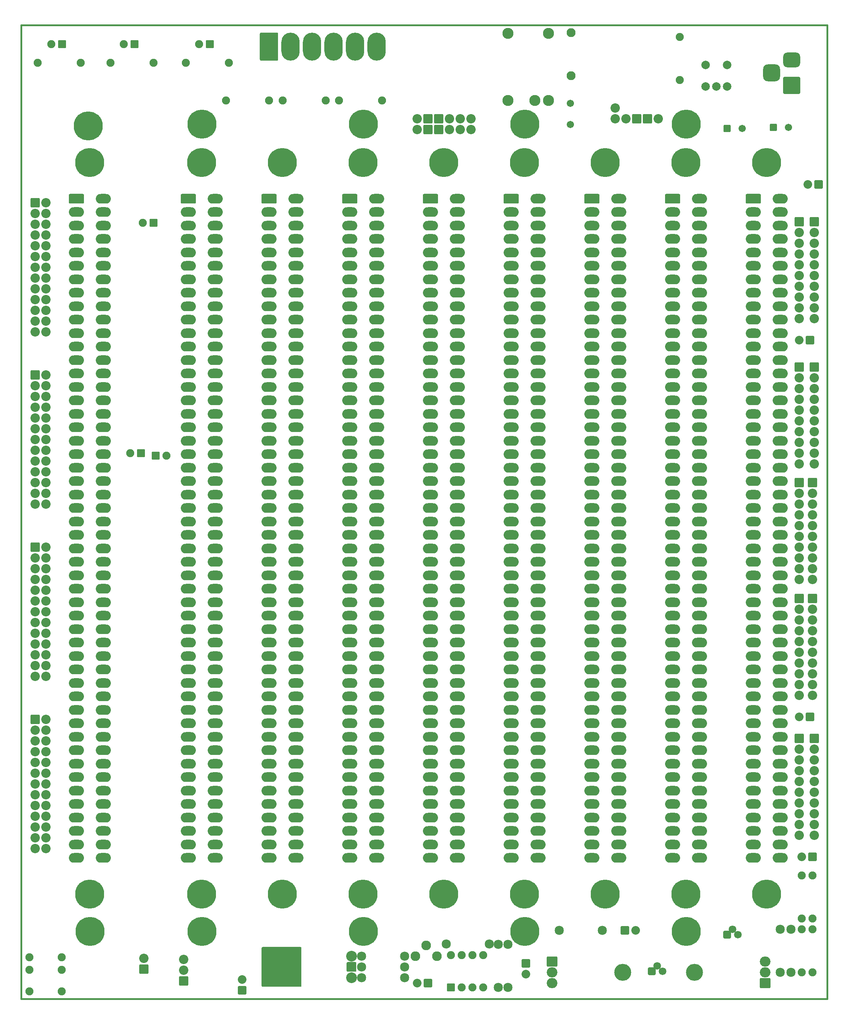
<source format=gbs>
%TF.GenerationSoftware,KiCad,Pcbnew,7.0.5*%
%TF.CreationDate,2023-12-12T17:28:09-06:00*%
%TF.ProjectId,S100-Backplane,53313030-2d42-4616-936b-706c616e652e,rev?*%
%TF.SameCoordinates,Original*%
%TF.FileFunction,Soldermask,Bot*%
%TF.FilePolarity,Negative*%
%FSLAX46Y46*%
G04 Gerber Fmt 4.6, Leading zero omitted, Abs format (unit mm)*
G04 Created by KiCad (PCBNEW 7.0.5) date 2023-12-12 17:28:09*
%MOMM*%
%LPD*%
G01*
G04 APERTURE LIST*
G04 Aperture macros list*
%AMRoundRect*
0 Rectangle with rounded corners*
0 $1 Rounding radius*
0 $2 $3 $4 $5 $6 $7 $8 $9 X,Y pos of 4 corners*
0 Add a 4 corners polygon primitive as box body*
4,1,4,$2,$3,$4,$5,$6,$7,$8,$9,$2,$3,0*
0 Add four circle primitives for the rounded corners*
1,1,$1+$1,$2,$3*
1,1,$1+$1,$4,$5*
1,1,$1+$1,$6,$7*
1,1,$1+$1,$8,$9*
0 Add four rect primitives between the rounded corners*
20,1,$1+$1,$2,$3,$4,$5,0*
20,1,$1+$1,$4,$5,$6,$7,0*
20,1,$1+$1,$6,$7,$8,$9,0*
20,1,$1+$1,$8,$9,$2,$3,0*%
G04 Aperture macros list end*
%ADD10RoundRect,0.254000X-1.524000X0.889000X-1.524000X-0.889000X1.524000X-0.889000X1.524000X0.889000X0*%
%ADD11O,3.556000X2.286000*%
%ADD12C,6.858000*%
%ADD13RoundRect,0.254000X-1.905000X-3.048000X1.905000X-3.048000X1.905000X3.048000X-1.905000X3.048000X0*%
%ADD14O,4.318000X6.604000*%
%ADD15C,2.159000*%
%ADD16C,2.286000*%
%ADD17RoundRect,0.254000X0.762000X0.762000X-0.762000X0.762000X-0.762000X-0.762000X0.762000X-0.762000X0*%
%ADD18C,2.032000*%
%ADD19RoundRect,0.254000X-0.698500X-0.698500X0.698500X-0.698500X0.698500X0.698500X-0.698500X0.698500X0*%
%ADD20C,1.905000*%
%ADD21RoundRect,0.254000X4.445000X4.445000X-4.445000X4.445000X-4.445000X-4.445000X4.445000X-4.445000X0*%
%ADD22RoundRect,0.254000X0.889000X0.889000X-0.889000X0.889000X-0.889000X-0.889000X0.889000X-0.889000X0*%
%ADD23C,2.540000*%
%ADD24RoundRect,0.254000X0.698500X0.698500X-0.698500X0.698500X-0.698500X-0.698500X0.698500X-0.698500X0*%
%ADD25RoundRect,0.254000X-0.762000X0.762000X-0.762000X-0.762000X0.762000X-0.762000X0.762000X0.762000X0*%
%ADD26RoundRect,0.254000X0.762000X-0.762000X0.762000X0.762000X-0.762000X0.762000X-0.762000X-0.762000X0*%
%ADD27RoundRect,0.254000X-0.762000X-0.762000X0.762000X-0.762000X0.762000X0.762000X-0.762000X0.762000X0*%
%ADD28C,2.608000*%
%ADD29RoundRect,0.254000X-0.850000X-0.850000X0.850000X-0.850000X0.850000X0.850000X-0.850000X0.850000X0*%
%ADD30O,2.208000X2.208000*%
%ADD31RoundRect,0.254000X0.850000X0.850000X-0.850000X0.850000X-0.850000X-0.850000X0.850000X-0.850000X0*%
%ADD32C,2.208000*%
%ADD33RoundRect,0.254000X-0.850000X0.850000X-0.850000X-0.850000X0.850000X-0.850000X0.850000X0.850000X0*%
%ADD34RoundRect,0.254000X-0.650000X-0.650000X0.650000X-0.650000X0.650000X0.650000X-0.650000X0.650000X0*%
%ADD35C,1.808000*%
%ADD36C,1.708000*%
%ADD37O,4.008000X4.008000*%
%ADD38RoundRect,0.254000X-1.000000X0.952500X-1.000000X-0.952500X1.000000X-0.952500X1.000000X0.952500X0*%
%ADD39O,2.508000X2.413000*%
%ADD40C,2.108000*%
%ADD41O,2.108000X2.108000*%
%ADD42RoundRect,0.254000X-0.600000X-0.600000X0.600000X-0.600000X0.600000X0.600000X-0.600000X0.600000X0*%
%ADD43RoundRect,0.254000X1.000000X-0.952500X1.000000X0.952500X-1.000000X0.952500X-1.000000X-0.952500X0*%
%ADD44RoundRect,0.254000X-1.750000X1.750000X-1.750000X-1.750000X1.750000X-1.750000X1.750000X1.750000X0*%
%ADD45RoundRect,1.004000X-1.000000X0.750000X-1.000000X-0.750000X1.000000X-0.750000X1.000000X0.750000X0*%
%ADD46RoundRect,1.129000X-0.875000X0.875000X-0.875000X-0.875000X0.875000X-0.875000X0.875000X0.875000X0*%
%ADD47C,2.008000*%
%TA.AperFunction,Profile*%
%ADD48C,0.381000*%
%TD*%
G04 APERTURE END LIST*
D10*
%TO.C,U31*%
X141851380Y-115882420D03*
D11*
X141851380Y-119057420D03*
X141851380Y-122232420D03*
X141851380Y-125407420D03*
X141851380Y-128582420D03*
X141851380Y-131757420D03*
X141851380Y-134932420D03*
X141851380Y-138107420D03*
X141851380Y-141282420D03*
X141851380Y-144457420D03*
X141851380Y-147632420D03*
X141851380Y-150807420D03*
X141851380Y-153982420D03*
X141851380Y-157157420D03*
X141851380Y-160332420D03*
X141851380Y-163507420D03*
X141851380Y-166682420D03*
X141851380Y-169857420D03*
X141851380Y-173032420D03*
X141851380Y-176207420D03*
X141851380Y-179382420D03*
X141851380Y-182557420D03*
X141851380Y-185732420D03*
X141851380Y-188907420D03*
X141851380Y-192082420D03*
X141851380Y-195257420D03*
X141851380Y-198432420D03*
X141851380Y-201607420D03*
X141851380Y-204782420D03*
X141851380Y-207957420D03*
X141851380Y-211132420D03*
X141851380Y-214307420D03*
X141851380Y-217482420D03*
X141851380Y-220657420D03*
X141851380Y-223832420D03*
X141851380Y-227007420D03*
X141851380Y-230182420D03*
X141851380Y-233357420D03*
X141851380Y-236532420D03*
X141851380Y-239707420D03*
X141851380Y-242882420D03*
X141851380Y-246057420D03*
X141851380Y-249232420D03*
X141851380Y-252407420D03*
X141851380Y-255582420D03*
X141851380Y-258757420D03*
X141851380Y-261932420D03*
X141851380Y-265107420D03*
X141851380Y-268282420D03*
X141851380Y-271457420D03*
X148201380Y-115882420D03*
X148201380Y-119057420D03*
X148201380Y-122232420D03*
X148201380Y-125407420D03*
X148201380Y-128582420D03*
X148201380Y-131757420D03*
X148201380Y-134932420D03*
X148201380Y-138107420D03*
X148201380Y-141282420D03*
X148201380Y-144457420D03*
X148201380Y-147632420D03*
X148201380Y-150807420D03*
X148201380Y-153982420D03*
X148201380Y-157157420D03*
X148201380Y-160332420D03*
X148201380Y-163507420D03*
X148201380Y-166682420D03*
X148201380Y-169857420D03*
X148201380Y-173032420D03*
X148201380Y-176207420D03*
X148201380Y-179382420D03*
X148201380Y-182557420D03*
X148201380Y-185732420D03*
X148201380Y-188907420D03*
X148201380Y-192082420D03*
X148201380Y-195257420D03*
X148201380Y-198432420D03*
X148201380Y-201607420D03*
X148201380Y-204782420D03*
X148201380Y-207957420D03*
X148201380Y-211132420D03*
X148201380Y-214307420D03*
X148201380Y-217482420D03*
X148201380Y-220657420D03*
X148201380Y-223832420D03*
X148201380Y-227007420D03*
X148201380Y-230182420D03*
X148201380Y-233357420D03*
X148201380Y-236532420D03*
X148201380Y-239707420D03*
X148201380Y-242882420D03*
X148201380Y-246057420D03*
X148201380Y-249232420D03*
X148201380Y-252407420D03*
X148201380Y-255582420D03*
X148201380Y-258757420D03*
X148201380Y-261932420D03*
X148201380Y-265107420D03*
X148201380Y-268282420D03*
X148201380Y-271457420D03*
D12*
X145026380Y-107373420D03*
X145026380Y-279966420D03*
%TD*%
D13*
%TO.C,P1*%
X187325000Y-80010000D03*
D14*
X192405000Y-80010000D03*
X197485000Y-80010000D03*
X202565000Y-80010000D03*
X207645000Y-80010000D03*
X212725000Y-80010000D03*
%TD*%
D12*
%TO.C,P9*%
X209550000Y-98298000D03*
%TD*%
D15*
%TO.C,R9*%
X219329000Y-294640000D03*
X209169000Y-294640000D03*
%TD*%
D16*
%TO.C,R1*%
X221869000Y-294640000D03*
X224409000Y-292100000D03*
X226949000Y-294640000D03*
%TD*%
D15*
%TO.C,R10*%
X219329000Y-297180000D03*
X209169000Y-297180000D03*
%TD*%
D17*
%TO.C,C2*%
X224790000Y-300990000D03*
D18*
X222250000Y-300990000D03*
%TD*%
D19*
%TO.C,IC2*%
X230251000Y-302006000D03*
D20*
X232791000Y-302006000D03*
X235331000Y-302006000D03*
X237871000Y-302006000D03*
X237871000Y-294386000D03*
X235331000Y-294386000D03*
X232791000Y-294386000D03*
X230251000Y-294386000D03*
%TD*%
D15*
%TO.C,R4*%
X241427000Y-291846000D03*
X241427000Y-302006000D03*
%TD*%
%TO.C,R5*%
X209169000Y-299720000D03*
X219329000Y-299720000D03*
%TD*%
%TO.C,R3*%
X243713000Y-302006000D03*
X243713000Y-291846000D03*
%TD*%
%TO.C,R2*%
X229108000Y-291719000D03*
X239268000Y-291719000D03*
%TD*%
%TO.C,R7*%
X310515000Y-298450000D03*
X310515000Y-288290000D03*
%TD*%
%TO.C,R6*%
X255778000Y-288544000D03*
X265938000Y-288544000D03*
%TD*%
%TO.C,R8*%
X307975000Y-298450000D03*
X307975000Y-288290000D03*
%TD*%
D17*
%TO.C,C8*%
X316992000Y-112522000D03*
D18*
X314452000Y-112522000D03*
%TD*%
D17*
%TO.C,C7*%
X314960000Y-149225000D03*
D18*
X312420000Y-149225000D03*
%TD*%
D17*
%TO.C,C6*%
X314960000Y-238125000D03*
D18*
X312420000Y-238125000D03*
%TD*%
D21*
%TO.C,IC1*%
X190309500Y-297180000D03*
D22*
X206819500Y-297180000D03*
D23*
X206819500Y-299720000D03*
X206819500Y-294640000D03*
%TD*%
D20*
%TO.C,R16*%
X167640000Y-83820000D03*
X177800000Y-83820000D03*
%TD*%
%TO.C,R15*%
X132715000Y-83820000D03*
X142875000Y-83820000D03*
%TD*%
%TO.C,R18*%
X138366500Y-294894000D03*
X130746500Y-294894000D03*
%TD*%
%TO.C,R17*%
X160020000Y-83820000D03*
X149860000Y-83820000D03*
%TD*%
%TO.C,SW1*%
X138366500Y-302895000D03*
X130746500Y-302895000D03*
X138366500Y-297815000D03*
X130746500Y-297815000D03*
%TD*%
D24*
%TO.C,D1*%
X138430000Y-79375000D03*
D20*
X135890000Y-79375000D03*
%TD*%
D24*
%TO.C,D3*%
X155575000Y-79375000D03*
D20*
X153035000Y-79375000D03*
%TD*%
D24*
%TO.C,D2*%
X173355000Y-79375000D03*
D20*
X170815000Y-79375000D03*
%TD*%
D24*
%TO.C,JP2*%
X160020000Y-121539000D03*
D20*
X157480000Y-121539000D03*
%TD*%
D19*
%TO.C,JP1*%
X160528000Y-176530000D03*
D20*
X163068000Y-176530000D03*
%TD*%
D24*
%TO.C,JP3*%
X157099000Y-175895000D03*
D20*
X154559000Y-175895000D03*
%TD*%
D10*
%TO.C,U32*%
X168269920Y-115882420D03*
D11*
X168269920Y-119057420D03*
X168269920Y-122232420D03*
X168269920Y-125407420D03*
X168269920Y-128582420D03*
X168269920Y-131757420D03*
X168269920Y-134932420D03*
X168269920Y-138107420D03*
X168269920Y-141282420D03*
X168269920Y-144457420D03*
X168269920Y-147632420D03*
X168269920Y-150807420D03*
X168269920Y-153982420D03*
X168269920Y-157157420D03*
X168269920Y-160332420D03*
X168269920Y-163507420D03*
X168269920Y-166682420D03*
X168269920Y-169857420D03*
X168269920Y-173032420D03*
X168269920Y-176207420D03*
X168269920Y-179382420D03*
X168269920Y-182557420D03*
X168269920Y-185732420D03*
X168269920Y-188907420D03*
X168269920Y-192082420D03*
X168269920Y-195257420D03*
X168269920Y-198432420D03*
X168269920Y-201607420D03*
X168269920Y-204782420D03*
X168269920Y-207957420D03*
X168269920Y-211132420D03*
X168269920Y-214307420D03*
X168269920Y-217482420D03*
X168269920Y-220657420D03*
X168269920Y-223832420D03*
X168269920Y-227007420D03*
X168269920Y-230182420D03*
X168269920Y-233357420D03*
X168269920Y-236532420D03*
X168269920Y-239707420D03*
X168269920Y-242882420D03*
X168269920Y-246057420D03*
X168269920Y-249232420D03*
X168269920Y-252407420D03*
X168269920Y-255582420D03*
X168269920Y-258757420D03*
X168269920Y-261932420D03*
X168269920Y-265107420D03*
X168269920Y-268282420D03*
X168269920Y-271457420D03*
X174619920Y-115882420D03*
X174619920Y-119057420D03*
X174619920Y-122232420D03*
X174619920Y-125407420D03*
X174619920Y-128582420D03*
X174619920Y-131757420D03*
X174619920Y-134932420D03*
X174619920Y-138107420D03*
X174619920Y-141282420D03*
X174619920Y-144457420D03*
X174619920Y-147632420D03*
X174619920Y-150807420D03*
X174619920Y-153982420D03*
X174619920Y-157157420D03*
X174619920Y-160332420D03*
X174619920Y-163507420D03*
X174619920Y-166682420D03*
X174619920Y-169857420D03*
X174619920Y-173032420D03*
X174619920Y-176207420D03*
X174619920Y-179382420D03*
X174619920Y-182557420D03*
X174619920Y-185732420D03*
X174619920Y-188907420D03*
X174619920Y-192082420D03*
X174619920Y-195257420D03*
X174619920Y-198432420D03*
X174619920Y-201607420D03*
X174619920Y-204782420D03*
X174619920Y-207957420D03*
X174619920Y-211132420D03*
X174619920Y-214307420D03*
X174619920Y-217482420D03*
X174619920Y-220657420D03*
X174619920Y-223832420D03*
X174619920Y-227007420D03*
X174619920Y-230182420D03*
X174619920Y-233357420D03*
X174619920Y-236532420D03*
X174619920Y-239707420D03*
X174619920Y-242882420D03*
X174619920Y-246057420D03*
X174619920Y-249232420D03*
X174619920Y-252407420D03*
X174619920Y-255582420D03*
X174619920Y-258757420D03*
X174619920Y-261932420D03*
X174619920Y-265107420D03*
X174619920Y-268282420D03*
X174619920Y-271457420D03*
D12*
X171444920Y-107373420D03*
X171444920Y-279966420D03*
%TD*%
D10*
%TO.C,U33*%
X187319920Y-115882420D03*
D11*
X187319920Y-119057420D03*
X187319920Y-122232420D03*
X187319920Y-125407420D03*
X187319920Y-128582420D03*
X187319920Y-131757420D03*
X187319920Y-134932420D03*
X187319920Y-138107420D03*
X187319920Y-141282420D03*
X187319920Y-144457420D03*
X187319920Y-147632420D03*
X187319920Y-150807420D03*
X187319920Y-153982420D03*
X187319920Y-157157420D03*
X187319920Y-160332420D03*
X187319920Y-163507420D03*
X187319920Y-166682420D03*
X187319920Y-169857420D03*
X187319920Y-173032420D03*
X187319920Y-176207420D03*
X187319920Y-179382420D03*
X187319920Y-182557420D03*
X187319920Y-185732420D03*
X187319920Y-188907420D03*
X187319920Y-192082420D03*
X187319920Y-195257420D03*
X187319920Y-198432420D03*
X187319920Y-201607420D03*
X187319920Y-204782420D03*
X187319920Y-207957420D03*
X187319920Y-211132420D03*
X187319920Y-214307420D03*
X187319920Y-217482420D03*
X187319920Y-220657420D03*
X187319920Y-223832420D03*
X187319920Y-227007420D03*
X187319920Y-230182420D03*
X187319920Y-233357420D03*
X187319920Y-236532420D03*
X187319920Y-239707420D03*
X187319920Y-242882420D03*
X187319920Y-246057420D03*
X187319920Y-249232420D03*
X187319920Y-252407420D03*
X187319920Y-255582420D03*
X187319920Y-258757420D03*
X187319920Y-261932420D03*
X187319920Y-265107420D03*
X187319920Y-268282420D03*
X187319920Y-271457420D03*
X193669920Y-115882420D03*
X193669920Y-119057420D03*
X193669920Y-122232420D03*
X193669920Y-125407420D03*
X193669920Y-128582420D03*
X193669920Y-131757420D03*
X193669920Y-134932420D03*
X193669920Y-138107420D03*
X193669920Y-141282420D03*
X193669920Y-144457420D03*
X193669920Y-147632420D03*
X193669920Y-150807420D03*
X193669920Y-153982420D03*
X193669920Y-157157420D03*
X193669920Y-160332420D03*
X193669920Y-163507420D03*
X193669920Y-166682420D03*
X193669920Y-169857420D03*
X193669920Y-173032420D03*
X193669920Y-176207420D03*
X193669920Y-179382420D03*
X193669920Y-182557420D03*
X193669920Y-185732420D03*
X193669920Y-188907420D03*
X193669920Y-192082420D03*
X193669920Y-195257420D03*
X193669920Y-198432420D03*
X193669920Y-201607420D03*
X193669920Y-204782420D03*
X193669920Y-207957420D03*
X193669920Y-211132420D03*
X193669920Y-214307420D03*
X193669920Y-217482420D03*
X193669920Y-220657420D03*
X193669920Y-223832420D03*
X193669920Y-227007420D03*
X193669920Y-230182420D03*
X193669920Y-233357420D03*
X193669920Y-236532420D03*
X193669920Y-239707420D03*
X193669920Y-242882420D03*
X193669920Y-246057420D03*
X193669920Y-249232420D03*
X193669920Y-252407420D03*
X193669920Y-255582420D03*
X193669920Y-258757420D03*
X193669920Y-261932420D03*
X193669920Y-265107420D03*
X193669920Y-268282420D03*
X193669920Y-271457420D03*
D12*
X190494920Y-107373420D03*
X190494920Y-279966420D03*
%TD*%
D10*
%TO.C,U35*%
X225419920Y-115882420D03*
D11*
X225419920Y-119057420D03*
X225419920Y-122232420D03*
X225419920Y-125407420D03*
X225419920Y-128582420D03*
X225419920Y-131757420D03*
X225419920Y-134932420D03*
X225419920Y-138107420D03*
X225419920Y-141282420D03*
X225419920Y-144457420D03*
X225419920Y-147632420D03*
X225419920Y-150807420D03*
X225419920Y-153982420D03*
X225419920Y-157157420D03*
X225419920Y-160332420D03*
X225419920Y-163507420D03*
X225419920Y-166682420D03*
X225419920Y-169857420D03*
X225419920Y-173032420D03*
X225419920Y-176207420D03*
X225419920Y-179382420D03*
X225419920Y-182557420D03*
X225419920Y-185732420D03*
X225419920Y-188907420D03*
X225419920Y-192082420D03*
X225419920Y-195257420D03*
X225419920Y-198432420D03*
X225419920Y-201607420D03*
X225419920Y-204782420D03*
X225419920Y-207957420D03*
X225419920Y-211132420D03*
X225419920Y-214307420D03*
X225419920Y-217482420D03*
X225419920Y-220657420D03*
X225419920Y-223832420D03*
X225419920Y-227007420D03*
X225419920Y-230182420D03*
X225419920Y-233357420D03*
X225419920Y-236532420D03*
X225419920Y-239707420D03*
X225419920Y-242882420D03*
X225419920Y-246057420D03*
X225419920Y-249232420D03*
X225419920Y-252407420D03*
X225419920Y-255582420D03*
X225419920Y-258757420D03*
X225419920Y-261932420D03*
X225419920Y-265107420D03*
X225419920Y-268282420D03*
X225419920Y-271457420D03*
X231769920Y-115882420D03*
X231769920Y-119057420D03*
X231769920Y-122232420D03*
X231769920Y-125407420D03*
X231769920Y-128582420D03*
X231769920Y-131757420D03*
X231769920Y-134932420D03*
X231769920Y-138107420D03*
X231769920Y-141282420D03*
X231769920Y-144457420D03*
X231769920Y-147632420D03*
X231769920Y-150807420D03*
X231769920Y-153982420D03*
X231769920Y-157157420D03*
X231769920Y-160332420D03*
X231769920Y-163507420D03*
X231769920Y-166682420D03*
X231769920Y-169857420D03*
X231769920Y-173032420D03*
X231769920Y-176207420D03*
X231769920Y-179382420D03*
X231769920Y-182557420D03*
X231769920Y-185732420D03*
X231769920Y-188907420D03*
X231769920Y-192082420D03*
X231769920Y-195257420D03*
X231769920Y-198432420D03*
X231769920Y-201607420D03*
X231769920Y-204782420D03*
X231769920Y-207957420D03*
X231769920Y-211132420D03*
X231769920Y-214307420D03*
X231769920Y-217482420D03*
X231769920Y-220657420D03*
X231769920Y-223832420D03*
X231769920Y-227007420D03*
X231769920Y-230182420D03*
X231769920Y-233357420D03*
X231769920Y-236532420D03*
X231769920Y-239707420D03*
X231769920Y-242882420D03*
X231769920Y-246057420D03*
X231769920Y-249232420D03*
X231769920Y-252407420D03*
X231769920Y-255582420D03*
X231769920Y-258757420D03*
X231769920Y-261932420D03*
X231769920Y-265107420D03*
X231769920Y-268282420D03*
X231769920Y-271457420D03*
D12*
X228594920Y-107373420D03*
X228594920Y-279966420D03*
%TD*%
D10*
%TO.C,U34*%
X206369920Y-115882420D03*
D11*
X206369920Y-119057420D03*
X206369920Y-122232420D03*
X206369920Y-125407420D03*
X206369920Y-128582420D03*
X206369920Y-131757420D03*
X206369920Y-134932420D03*
X206369920Y-138107420D03*
X206369920Y-141282420D03*
X206369920Y-144457420D03*
X206369920Y-147632420D03*
X206369920Y-150807420D03*
X206369920Y-153982420D03*
X206369920Y-157157420D03*
X206369920Y-160332420D03*
X206369920Y-163507420D03*
X206369920Y-166682420D03*
X206369920Y-169857420D03*
X206369920Y-173032420D03*
X206369920Y-176207420D03*
X206369920Y-179382420D03*
X206369920Y-182557420D03*
X206369920Y-185732420D03*
X206369920Y-188907420D03*
X206369920Y-192082420D03*
X206369920Y-195257420D03*
X206369920Y-198432420D03*
X206369920Y-201607420D03*
X206369920Y-204782420D03*
X206369920Y-207957420D03*
X206369920Y-211132420D03*
X206369920Y-214307420D03*
X206369920Y-217482420D03*
X206369920Y-220657420D03*
X206369920Y-223832420D03*
X206369920Y-227007420D03*
X206369920Y-230182420D03*
X206369920Y-233357420D03*
X206369920Y-236532420D03*
X206369920Y-239707420D03*
X206369920Y-242882420D03*
X206369920Y-246057420D03*
X206369920Y-249232420D03*
X206369920Y-252407420D03*
X206369920Y-255582420D03*
X206369920Y-258757420D03*
X206369920Y-261932420D03*
X206369920Y-265107420D03*
X206369920Y-268282420D03*
X206369920Y-271457420D03*
X212719920Y-115882420D03*
X212719920Y-119057420D03*
X212719920Y-122232420D03*
X212719920Y-125407420D03*
X212719920Y-128582420D03*
X212719920Y-131757420D03*
X212719920Y-134932420D03*
X212719920Y-138107420D03*
X212719920Y-141282420D03*
X212719920Y-144457420D03*
X212719920Y-147632420D03*
X212719920Y-150807420D03*
X212719920Y-153982420D03*
X212719920Y-157157420D03*
X212719920Y-160332420D03*
X212719920Y-163507420D03*
X212719920Y-166682420D03*
X212719920Y-169857420D03*
X212719920Y-173032420D03*
X212719920Y-176207420D03*
X212719920Y-179382420D03*
X212719920Y-182557420D03*
X212719920Y-185732420D03*
X212719920Y-188907420D03*
X212719920Y-192082420D03*
X212719920Y-195257420D03*
X212719920Y-198432420D03*
X212719920Y-201607420D03*
X212719920Y-204782420D03*
X212719920Y-207957420D03*
X212719920Y-211132420D03*
X212719920Y-214307420D03*
X212719920Y-217482420D03*
X212719920Y-220657420D03*
X212719920Y-223832420D03*
X212719920Y-227007420D03*
X212719920Y-230182420D03*
X212719920Y-233357420D03*
X212719920Y-236532420D03*
X212719920Y-239707420D03*
X212719920Y-242882420D03*
X212719920Y-246057420D03*
X212719920Y-249232420D03*
X212719920Y-252407420D03*
X212719920Y-255582420D03*
X212719920Y-258757420D03*
X212719920Y-261932420D03*
X212719920Y-265107420D03*
X212719920Y-268282420D03*
X212719920Y-271457420D03*
D12*
X209544920Y-107373420D03*
X209544920Y-279966420D03*
%TD*%
D10*
%TO.C,U38*%
X282569920Y-115882420D03*
D11*
X282569920Y-119057420D03*
X282569920Y-122232420D03*
X282569920Y-125407420D03*
X282569920Y-128582420D03*
X282569920Y-131757420D03*
X282569920Y-134932420D03*
X282569920Y-138107420D03*
X282569920Y-141282420D03*
X282569920Y-144457420D03*
X282569920Y-147632420D03*
X282569920Y-150807420D03*
X282569920Y-153982420D03*
X282569920Y-157157420D03*
X282569920Y-160332420D03*
X282569920Y-163507420D03*
X282569920Y-166682420D03*
X282569920Y-169857420D03*
X282569920Y-173032420D03*
X282569920Y-176207420D03*
X282569920Y-179382420D03*
X282569920Y-182557420D03*
X282569920Y-185732420D03*
X282569920Y-188907420D03*
X282569920Y-192082420D03*
X282569920Y-195257420D03*
X282569920Y-198432420D03*
X282569920Y-201607420D03*
X282569920Y-204782420D03*
X282569920Y-207957420D03*
X282569920Y-211132420D03*
X282569920Y-214307420D03*
X282569920Y-217482420D03*
X282569920Y-220657420D03*
X282569920Y-223832420D03*
X282569920Y-227007420D03*
X282569920Y-230182420D03*
X282569920Y-233357420D03*
X282569920Y-236532420D03*
X282569920Y-239707420D03*
X282569920Y-242882420D03*
X282569920Y-246057420D03*
X282569920Y-249232420D03*
X282569920Y-252407420D03*
X282569920Y-255582420D03*
X282569920Y-258757420D03*
X282569920Y-261932420D03*
X282569920Y-265107420D03*
X282569920Y-268282420D03*
X282569920Y-271457420D03*
X288919920Y-115882420D03*
X288919920Y-119057420D03*
X288919920Y-122232420D03*
X288919920Y-125407420D03*
X288919920Y-128582420D03*
X288919920Y-131757420D03*
X288919920Y-134932420D03*
X288919920Y-138107420D03*
X288919920Y-141282420D03*
X288919920Y-144457420D03*
X288919920Y-147632420D03*
X288919920Y-150807420D03*
X288919920Y-153982420D03*
X288919920Y-157157420D03*
X288919920Y-160332420D03*
X288919920Y-163507420D03*
X288919920Y-166682420D03*
X288919920Y-169857420D03*
X288919920Y-173032420D03*
X288919920Y-176207420D03*
X288919920Y-179382420D03*
X288919920Y-182557420D03*
X288919920Y-185732420D03*
X288919920Y-188907420D03*
X288919920Y-192082420D03*
X288919920Y-195257420D03*
X288919920Y-198432420D03*
X288919920Y-201607420D03*
X288919920Y-204782420D03*
X288919920Y-207957420D03*
X288919920Y-211132420D03*
X288919920Y-214307420D03*
X288919920Y-217482420D03*
X288919920Y-220657420D03*
X288919920Y-223832420D03*
X288919920Y-227007420D03*
X288919920Y-230182420D03*
X288919920Y-233357420D03*
X288919920Y-236532420D03*
X288919920Y-239707420D03*
X288919920Y-242882420D03*
X288919920Y-246057420D03*
X288919920Y-249232420D03*
X288919920Y-252407420D03*
X288919920Y-255582420D03*
X288919920Y-258757420D03*
X288919920Y-261932420D03*
X288919920Y-265107420D03*
X288919920Y-268282420D03*
X288919920Y-271457420D03*
D12*
X285744920Y-107373420D03*
X285744920Y-279966420D03*
%TD*%
D10*
%TO.C,U39*%
X301619920Y-115882420D03*
D11*
X301619920Y-119057420D03*
X301619920Y-122232420D03*
X301619920Y-125407420D03*
X301619920Y-128582420D03*
X301619920Y-131757420D03*
X301619920Y-134932420D03*
X301619920Y-138107420D03*
X301619920Y-141282420D03*
X301619920Y-144457420D03*
X301619920Y-147632420D03*
X301619920Y-150807420D03*
X301619920Y-153982420D03*
X301619920Y-157157420D03*
X301619920Y-160332420D03*
X301619920Y-163507420D03*
X301619920Y-166682420D03*
X301619920Y-169857420D03*
X301619920Y-173032420D03*
X301619920Y-176207420D03*
X301619920Y-179382420D03*
X301619920Y-182557420D03*
X301619920Y-185732420D03*
X301619920Y-188907420D03*
X301619920Y-192082420D03*
X301619920Y-195257420D03*
X301619920Y-198432420D03*
X301619920Y-201607420D03*
X301619920Y-204782420D03*
X301619920Y-207957420D03*
X301619920Y-211132420D03*
X301619920Y-214307420D03*
X301619920Y-217482420D03*
X301619920Y-220657420D03*
X301619920Y-223832420D03*
X301619920Y-227007420D03*
X301619920Y-230182420D03*
X301619920Y-233357420D03*
X301619920Y-236532420D03*
X301619920Y-239707420D03*
X301619920Y-242882420D03*
X301619920Y-246057420D03*
X301619920Y-249232420D03*
X301619920Y-252407420D03*
X301619920Y-255582420D03*
X301619920Y-258757420D03*
X301619920Y-261932420D03*
X301619920Y-265107420D03*
X301619920Y-268282420D03*
X301619920Y-271457420D03*
X307969920Y-115882420D03*
X307969920Y-119057420D03*
X307969920Y-122232420D03*
X307969920Y-125407420D03*
X307969920Y-128582420D03*
X307969920Y-131757420D03*
X307969920Y-134932420D03*
X307969920Y-138107420D03*
X307969920Y-141282420D03*
X307969920Y-144457420D03*
X307969920Y-147632420D03*
X307969920Y-150807420D03*
X307969920Y-153982420D03*
X307969920Y-157157420D03*
X307969920Y-160332420D03*
X307969920Y-163507420D03*
X307969920Y-166682420D03*
X307969920Y-169857420D03*
X307969920Y-173032420D03*
X307969920Y-176207420D03*
X307969920Y-179382420D03*
X307969920Y-182557420D03*
X307969920Y-185732420D03*
X307969920Y-188907420D03*
X307969920Y-192082420D03*
X307969920Y-195257420D03*
X307969920Y-198432420D03*
X307969920Y-201607420D03*
X307969920Y-204782420D03*
X307969920Y-207957420D03*
X307969920Y-211132420D03*
X307969920Y-214307420D03*
X307969920Y-217482420D03*
X307969920Y-220657420D03*
X307969920Y-223832420D03*
X307969920Y-227007420D03*
X307969920Y-230182420D03*
X307969920Y-233357420D03*
X307969920Y-236532420D03*
X307969920Y-239707420D03*
X307969920Y-242882420D03*
X307969920Y-246057420D03*
X307969920Y-249232420D03*
X307969920Y-252407420D03*
X307969920Y-255582420D03*
X307969920Y-258757420D03*
X307969920Y-261932420D03*
X307969920Y-265107420D03*
X307969920Y-268282420D03*
X307969920Y-271457420D03*
D12*
X304794920Y-107373420D03*
X304794920Y-279966420D03*
%TD*%
D10*
%TO.C,U37*%
X263519920Y-115882420D03*
D11*
X263519920Y-119057420D03*
X263519920Y-122232420D03*
X263519920Y-125407420D03*
X263519920Y-128582420D03*
X263519920Y-131757420D03*
X263519920Y-134932420D03*
X263519920Y-138107420D03*
X263519920Y-141282420D03*
X263519920Y-144457420D03*
X263519920Y-147632420D03*
X263519920Y-150807420D03*
X263519920Y-153982420D03*
X263519920Y-157157420D03*
X263519920Y-160332420D03*
X263519920Y-163507420D03*
X263519920Y-166682420D03*
X263519920Y-169857420D03*
X263519920Y-173032420D03*
X263519920Y-176207420D03*
X263519920Y-179382420D03*
X263519920Y-182557420D03*
X263519920Y-185732420D03*
X263519920Y-188907420D03*
X263519920Y-192082420D03*
X263519920Y-195257420D03*
X263519920Y-198432420D03*
X263519920Y-201607420D03*
X263519920Y-204782420D03*
X263519920Y-207957420D03*
X263519920Y-211132420D03*
X263519920Y-214307420D03*
X263519920Y-217482420D03*
X263519920Y-220657420D03*
X263519920Y-223832420D03*
X263519920Y-227007420D03*
X263519920Y-230182420D03*
X263519920Y-233357420D03*
X263519920Y-236532420D03*
X263519920Y-239707420D03*
X263519920Y-242882420D03*
X263519920Y-246057420D03*
X263519920Y-249232420D03*
X263519920Y-252407420D03*
X263519920Y-255582420D03*
X263519920Y-258757420D03*
X263519920Y-261932420D03*
X263519920Y-265107420D03*
X263519920Y-268282420D03*
X263519920Y-271457420D03*
X269869920Y-115882420D03*
X269869920Y-119057420D03*
X269869920Y-122232420D03*
X269869920Y-125407420D03*
X269869920Y-128582420D03*
X269869920Y-131757420D03*
X269869920Y-134932420D03*
X269869920Y-138107420D03*
X269869920Y-141282420D03*
X269869920Y-144457420D03*
X269869920Y-147632420D03*
X269869920Y-150807420D03*
X269869920Y-153982420D03*
X269869920Y-157157420D03*
X269869920Y-160332420D03*
X269869920Y-163507420D03*
X269869920Y-166682420D03*
X269869920Y-169857420D03*
X269869920Y-173032420D03*
X269869920Y-176207420D03*
X269869920Y-179382420D03*
X269869920Y-182557420D03*
X269869920Y-185732420D03*
X269869920Y-188907420D03*
X269869920Y-192082420D03*
X269869920Y-195257420D03*
X269869920Y-198432420D03*
X269869920Y-201607420D03*
X269869920Y-204782420D03*
X269869920Y-207957420D03*
X269869920Y-211132420D03*
X269869920Y-214307420D03*
X269869920Y-217482420D03*
X269869920Y-220657420D03*
X269869920Y-223832420D03*
X269869920Y-227007420D03*
X269869920Y-230182420D03*
X269869920Y-233357420D03*
X269869920Y-236532420D03*
X269869920Y-239707420D03*
X269869920Y-242882420D03*
X269869920Y-246057420D03*
X269869920Y-249232420D03*
X269869920Y-252407420D03*
X269869920Y-255582420D03*
X269869920Y-258757420D03*
X269869920Y-261932420D03*
X269869920Y-265107420D03*
X269869920Y-268282420D03*
X269869920Y-271457420D03*
D12*
X266694920Y-107373420D03*
X266694920Y-279966420D03*
%TD*%
D10*
%TO.C,U36*%
X244469920Y-115882420D03*
D11*
X244469920Y-119057420D03*
X244469920Y-122232420D03*
X244469920Y-125407420D03*
X244469920Y-128582420D03*
X244469920Y-131757420D03*
X244469920Y-134932420D03*
X244469920Y-138107420D03*
X244469920Y-141282420D03*
X244469920Y-144457420D03*
X244469920Y-147632420D03*
X244469920Y-150807420D03*
X244469920Y-153982420D03*
X244469920Y-157157420D03*
X244469920Y-160332420D03*
X244469920Y-163507420D03*
X244469920Y-166682420D03*
X244469920Y-169857420D03*
X244469920Y-173032420D03*
X244469920Y-176207420D03*
X244469920Y-179382420D03*
X244469920Y-182557420D03*
X244469920Y-185732420D03*
X244469920Y-188907420D03*
X244469920Y-192082420D03*
X244469920Y-195257420D03*
X244469920Y-198432420D03*
X244469920Y-201607420D03*
X244469920Y-204782420D03*
X244469920Y-207957420D03*
X244469920Y-211132420D03*
X244469920Y-214307420D03*
X244469920Y-217482420D03*
X244469920Y-220657420D03*
X244469920Y-223832420D03*
X244469920Y-227007420D03*
X244469920Y-230182420D03*
X244469920Y-233357420D03*
X244469920Y-236532420D03*
X244469920Y-239707420D03*
X244469920Y-242882420D03*
X244469920Y-246057420D03*
X244469920Y-249232420D03*
X244469920Y-252407420D03*
X244469920Y-255582420D03*
X244469920Y-258757420D03*
X244469920Y-261932420D03*
X244469920Y-265107420D03*
X244469920Y-268282420D03*
X244469920Y-271457420D03*
X250819920Y-115882420D03*
X250819920Y-119057420D03*
X250819920Y-122232420D03*
X250819920Y-125407420D03*
X250819920Y-128582420D03*
X250819920Y-131757420D03*
X250819920Y-134932420D03*
X250819920Y-138107420D03*
X250819920Y-141282420D03*
X250819920Y-144457420D03*
X250819920Y-147632420D03*
X250819920Y-150807420D03*
X250819920Y-153982420D03*
X250819920Y-157157420D03*
X250819920Y-160332420D03*
X250819920Y-163507420D03*
X250819920Y-166682420D03*
X250819920Y-169857420D03*
X250819920Y-173032420D03*
X250819920Y-176207420D03*
X250819920Y-179382420D03*
X250819920Y-182557420D03*
X250819920Y-185732420D03*
X250819920Y-188907420D03*
X250819920Y-192082420D03*
X250819920Y-195257420D03*
X250819920Y-198432420D03*
X250819920Y-201607420D03*
X250819920Y-204782420D03*
X250819920Y-207957420D03*
X250819920Y-211132420D03*
X250819920Y-214307420D03*
X250819920Y-217482420D03*
X250819920Y-220657420D03*
X250819920Y-223832420D03*
X250819920Y-227007420D03*
X250819920Y-230182420D03*
X250819920Y-233357420D03*
X250819920Y-236532420D03*
X250819920Y-239707420D03*
X250819920Y-242882420D03*
X250819920Y-246057420D03*
X250819920Y-249232420D03*
X250819920Y-252407420D03*
X250819920Y-255582420D03*
X250819920Y-258757420D03*
X250819920Y-261932420D03*
X250819920Y-265107420D03*
X250819920Y-268282420D03*
X250819920Y-271457420D03*
D12*
X247644920Y-107373420D03*
X247644920Y-279966420D03*
%TD*%
%TO.C,P9*%
X144653000Y-98679000D03*
%TD*%
%TO.C,P9*%
X247650000Y-98298000D03*
%TD*%
%TO.C,P9*%
X285750000Y-98298000D03*
%TD*%
%TO.C,P9*%
X171450000Y-98298000D03*
%TD*%
%TO.C,P9*%
X209550000Y-288798000D03*
%TD*%
%TO.C,P9*%
X247650000Y-288798000D03*
%TD*%
%TO.C,P9*%
X285750000Y-288798000D03*
%TD*%
%TO.C,P9*%
X145034000Y-288798000D03*
%TD*%
%TO.C,P9*%
X171450000Y-288798000D03*
%TD*%
D25*
%TO.C,C3*%
X247904000Y-296291000D03*
D18*
X247904000Y-298831000D03*
%TD*%
D26*
%TO.C,C1*%
X180975000Y-302641000D03*
D18*
X180975000Y-300101000D03*
%TD*%
D27*
%TO.C,C4*%
X271272000Y-288544000D03*
D18*
X273812000Y-288544000D03*
%TD*%
D17*
%TO.C,C5*%
X315595000Y-271145000D03*
D18*
X313055000Y-271145000D03*
%TD*%
D20*
%TO.C,F2*%
X177165000Y-92710000D03*
X187325000Y-92710000D03*
%TD*%
%TO.C,F3*%
X213995000Y-92710000D03*
X203835000Y-92710000D03*
%TD*%
%TO.C,F1*%
X190500000Y-92710000D03*
X200660000Y-92710000D03*
%TD*%
D28*
%TO.C,IC3*%
X243708000Y-92715000D03*
X250058000Y-92715000D03*
X253238000Y-92715000D03*
X253238000Y-76835000D03*
X243708000Y-76835000D03*
%TD*%
D29*
%TO.C,P2*%
X132080000Y-116840000D03*
D30*
X134620000Y-116840000D03*
X132080000Y-119380000D03*
X134620000Y-119380000D03*
X132080000Y-121920000D03*
X134620000Y-121920000D03*
X132080000Y-124460000D03*
X134620000Y-124460000D03*
X132080000Y-127000000D03*
X134620000Y-127000000D03*
X132080000Y-129540000D03*
X134620000Y-129540000D03*
X132080000Y-132080000D03*
X134620000Y-132080000D03*
X132080000Y-134620000D03*
X134620000Y-134620000D03*
X132080000Y-137160000D03*
X134620000Y-137160000D03*
X132080000Y-139700000D03*
X134620000Y-139700000D03*
X132080000Y-142240000D03*
X134620000Y-142240000D03*
X132080000Y-144780000D03*
X134620000Y-144780000D03*
X132080000Y-147320000D03*
X134620000Y-147320000D03*
%TD*%
D29*
%TO.C,RR10*%
X315976000Y-243205000D03*
D30*
X315976000Y-245745000D03*
X315976000Y-248285000D03*
X315976000Y-250825000D03*
X315976000Y-253365000D03*
X315976000Y-255905000D03*
X315976000Y-258445000D03*
X315976000Y-260985000D03*
X315976000Y-263525000D03*
X315976000Y-266065000D03*
%TD*%
D20*
%TO.C,R12*%
X315595000Y-288290000D03*
X315595000Y-298450000D03*
%TD*%
D29*
%TO.C,RR2*%
X312420000Y-155575000D03*
D30*
X312420000Y-158115000D03*
X312420000Y-160655000D03*
X312420000Y-163195000D03*
X312420000Y-165735000D03*
X312420000Y-168275000D03*
X312420000Y-170815000D03*
X312420000Y-173355000D03*
X312420000Y-175895000D03*
X312420000Y-178435000D03*
%TD*%
D29*
%TO.C,RR4*%
X312420000Y-210185000D03*
D30*
X312420000Y-212725000D03*
X312420000Y-215265000D03*
X312420000Y-217805000D03*
X312420000Y-220345000D03*
X312420000Y-222885000D03*
X312420000Y-225425000D03*
X312420000Y-227965000D03*
X312420000Y-230505000D03*
X312420000Y-233045000D03*
%TD*%
D20*
%TO.C,R13*%
X315595000Y-275590000D03*
X315595000Y-285750000D03*
%TD*%
D31*
%TO.C,K1*%
X167132000Y-300482000D03*
D30*
X167132000Y-297942000D03*
X167132000Y-295402000D03*
%TD*%
D20*
%TO.C,R20*%
X284226000Y-77724000D03*
X284226000Y-87884000D03*
%TD*%
D29*
%TO.C,P3*%
X132080000Y-157480000D03*
D30*
X134620000Y-157480000D03*
X132080000Y-160020000D03*
X134620000Y-160020000D03*
X132080000Y-162560000D03*
X134620000Y-162560000D03*
X132080000Y-165100000D03*
X134620000Y-165100000D03*
X132080000Y-167640000D03*
X134620000Y-167640000D03*
X132080000Y-170180000D03*
X134620000Y-170180000D03*
X132080000Y-172720000D03*
X134620000Y-172720000D03*
X132080000Y-175260000D03*
X134620000Y-175260000D03*
X132080000Y-177800000D03*
X134620000Y-177800000D03*
X132080000Y-180340000D03*
X134620000Y-180340000D03*
X132080000Y-182880000D03*
X134620000Y-182880000D03*
X132080000Y-185420000D03*
X134620000Y-185420000D03*
X132080000Y-187960000D03*
X134620000Y-187960000D03*
%TD*%
D29*
%TO.C,RR5*%
X312420000Y-243205000D03*
D30*
X312420000Y-245745000D03*
X312420000Y-248285000D03*
X312420000Y-250825000D03*
X312420000Y-253365000D03*
X312420000Y-255905000D03*
X312420000Y-258445000D03*
X312420000Y-260985000D03*
X312420000Y-263525000D03*
X312420000Y-266065000D03*
%TD*%
D32*
%TO.C,IC5*%
X222250000Y-97028000D03*
D30*
X222250000Y-99568000D03*
D33*
X224790000Y-97028000D03*
X224790000Y-99568000D03*
X227330000Y-97028000D03*
X227330000Y-99568000D03*
D30*
X229870000Y-97028000D03*
X229870000Y-99568000D03*
X232410000Y-97028000D03*
X232410000Y-99568000D03*
X234950000Y-97028000D03*
X234950000Y-99568000D03*
%TD*%
D29*
%TO.C,RR7*%
X315976000Y-155575000D03*
D30*
X315976000Y-158115000D03*
X315976000Y-160655000D03*
X315976000Y-163195000D03*
X315976000Y-165735000D03*
X315976000Y-168275000D03*
X315976000Y-170815000D03*
X315976000Y-173355000D03*
X315976000Y-175895000D03*
X315976000Y-178435000D03*
%TD*%
D20*
%TO.C,R14*%
X313055000Y-288290000D03*
X313055000Y-298450000D03*
%TD*%
%TO.C,R11*%
X313055000Y-275590000D03*
X313055000Y-285750000D03*
%TD*%
D34*
%TO.C,Q1*%
X277622000Y-298196000D03*
D35*
X278892000Y-296926000D03*
X280162000Y-298196000D03*
%TD*%
D36*
%TO.C,C10*%
X258445000Y-93385000D03*
X258445000Y-98385000D03*
%TD*%
D29*
%TO.C,P5*%
X132080000Y-238760000D03*
D30*
X134620000Y-238760000D03*
X132080000Y-241300000D03*
X134620000Y-241300000D03*
X132080000Y-243840000D03*
X134620000Y-243840000D03*
X132080000Y-246380000D03*
X134620000Y-246380000D03*
X132080000Y-248920000D03*
X134620000Y-248920000D03*
X132080000Y-251460000D03*
X134620000Y-251460000D03*
X132080000Y-254000000D03*
X134620000Y-254000000D03*
X132080000Y-256540000D03*
X134620000Y-256540000D03*
X132080000Y-259080000D03*
X134620000Y-259080000D03*
X132080000Y-261620000D03*
X134620000Y-261620000D03*
X132080000Y-264160000D03*
X134620000Y-264160000D03*
X132080000Y-266700000D03*
X134620000Y-266700000D03*
X132080000Y-269240000D03*
X134620000Y-269240000D03*
%TD*%
D29*
%TO.C,RR8*%
X315595000Y-182885000D03*
D30*
X315595000Y-185425000D03*
X315595000Y-187965000D03*
X315595000Y-190505000D03*
X315595000Y-193045000D03*
X315595000Y-195585000D03*
X315595000Y-198125000D03*
X315595000Y-200665000D03*
X315595000Y-203205000D03*
X315595000Y-205745000D03*
%TD*%
D29*
%TO.C,RR3*%
X312420000Y-182885000D03*
D30*
X312420000Y-185425000D03*
X312420000Y-187965000D03*
X312420000Y-190505000D03*
X312420000Y-193045000D03*
X312420000Y-195585000D03*
X312420000Y-198125000D03*
X312420000Y-200665000D03*
X312420000Y-203205000D03*
X312420000Y-205745000D03*
%TD*%
D37*
%TO.C,Q3*%
X270764000Y-298450000D03*
D38*
X254104000Y-295910000D03*
D39*
X254104000Y-298450000D03*
X254104000Y-300990000D03*
%TD*%
D29*
%TO.C,RR9*%
X315595000Y-210185000D03*
D30*
X315595000Y-212725000D03*
X315595000Y-215265000D03*
X315595000Y-217805000D03*
X315595000Y-220345000D03*
X315595000Y-222885000D03*
X315595000Y-225425000D03*
X315595000Y-227965000D03*
X315595000Y-230505000D03*
X315595000Y-233045000D03*
%TD*%
D40*
%TO.C,R19*%
X258572000Y-76708000D03*
D41*
X258572000Y-86868000D03*
%TD*%
D31*
%TO.C,P12*%
X157734000Y-297693000D03*
D30*
X157734000Y-295153000D03*
%TD*%
D42*
%TO.C,C9*%
X295458000Y-99314000D03*
D36*
X298958000Y-99314000D03*
%TD*%
D29*
%TO.C,P4*%
X132080000Y-198120000D03*
D30*
X134620000Y-198120000D03*
X132080000Y-200660000D03*
X134620000Y-200660000D03*
X132080000Y-203200000D03*
X134620000Y-203200000D03*
X132080000Y-205740000D03*
X134620000Y-205740000D03*
X132080000Y-208280000D03*
X134620000Y-208280000D03*
X132080000Y-210820000D03*
X134620000Y-210820000D03*
X132080000Y-213360000D03*
X134620000Y-213360000D03*
X132080000Y-215900000D03*
X134620000Y-215900000D03*
X132080000Y-218440000D03*
X134620000Y-218440000D03*
X132080000Y-220980000D03*
X134620000Y-220980000D03*
X132080000Y-223520000D03*
X134620000Y-223520000D03*
X132080000Y-226060000D03*
X134620000Y-226060000D03*
X132080000Y-228600000D03*
X134620000Y-228600000D03*
%TD*%
D29*
%TO.C,RR1*%
X312420000Y-121285000D03*
D30*
X312420000Y-123825000D03*
X312420000Y-126365000D03*
X312420000Y-128905000D03*
X312420000Y-131445000D03*
X312420000Y-133985000D03*
X312420000Y-136525000D03*
X312420000Y-139065000D03*
X312420000Y-141605000D03*
X312420000Y-144145000D03*
%TD*%
D37*
%TO.C,Q4*%
X287718000Y-298450000D03*
D43*
X304378000Y-300990000D03*
D39*
X304378000Y-298450000D03*
X304378000Y-295910000D03*
%TD*%
D29*
%TO.C,RR6*%
X315976000Y-121285000D03*
D30*
X315976000Y-123825000D03*
X315976000Y-126365000D03*
X315976000Y-128905000D03*
X315976000Y-131445000D03*
X315976000Y-133985000D03*
X315976000Y-136525000D03*
X315976000Y-139065000D03*
X315976000Y-141605000D03*
X315976000Y-144145000D03*
%TD*%
D34*
%TO.C,Q2*%
X295402000Y-289560000D03*
D35*
X296672000Y-288290000D03*
X297942000Y-289560000D03*
%TD*%
D42*
%TO.C,C11*%
X306380000Y-99060000D03*
D36*
X309880000Y-99060000D03*
%TD*%
D44*
%TO.C,J1*%
X310642000Y-89154000D03*
D45*
X310642000Y-83154000D03*
D46*
X305942000Y-86154000D03*
%TD*%
D32*
%TO.C,IC4*%
X268986000Y-97028000D03*
D30*
X271526000Y-97028000D03*
D33*
X274066000Y-97028000D03*
X276606000Y-97028000D03*
D30*
X279146000Y-97028000D03*
D32*
X268986000Y-94488000D03*
%TD*%
D47*
%TO.C,SW2*%
X295402000Y-89408000D03*
X292862000Y-89408000D03*
X290322000Y-89408000D03*
X295402000Y-84328000D03*
X290322000Y-84328000D03*
%TD*%
D48*
X319024000Y-304673000D02*
X319024000Y-74930000D01*
X128778000Y-304673000D02*
X319024000Y-304673000D01*
X128778000Y-74930000D02*
X128778000Y-304673000D01*
X319024000Y-74930000D02*
X128778000Y-74930000D01*
M02*

</source>
